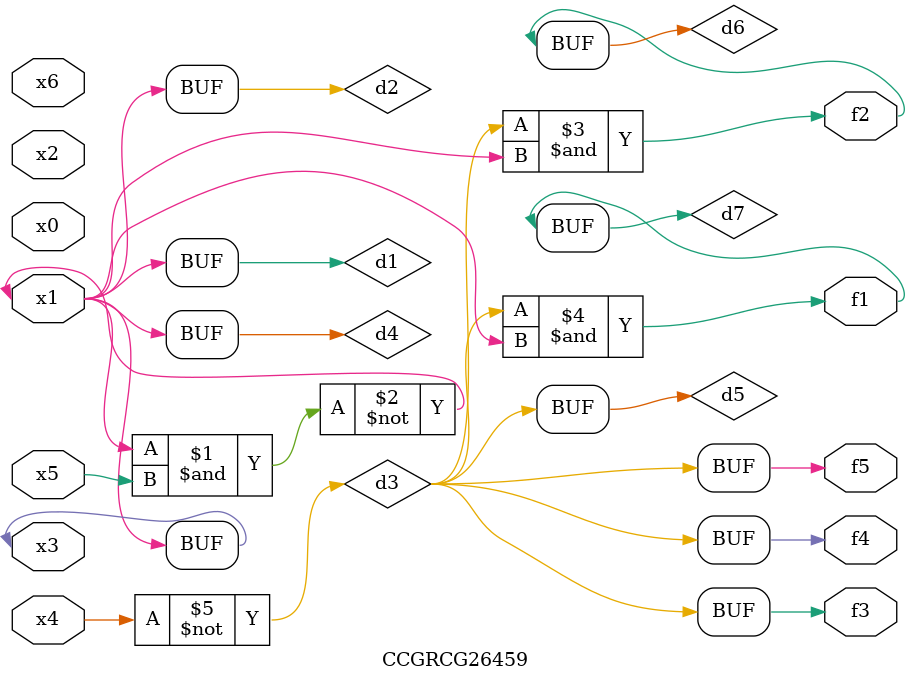
<source format=v>
module CCGRCG26459(
	input x0, x1, x2, x3, x4, x5, x6,
	output f1, f2, f3, f4, f5
);

	wire d1, d2, d3, d4, d5, d6, d7;

	buf (d1, x1, x3);
	nand (d2, x1, x5);
	not (d3, x4);
	buf (d4, d1, d2);
	buf (d5, d3);
	and (d6, d3, d4);
	and (d7, d3, d4);
	assign f1 = d7;
	assign f2 = d6;
	assign f3 = d5;
	assign f4 = d5;
	assign f5 = d5;
endmodule

</source>
